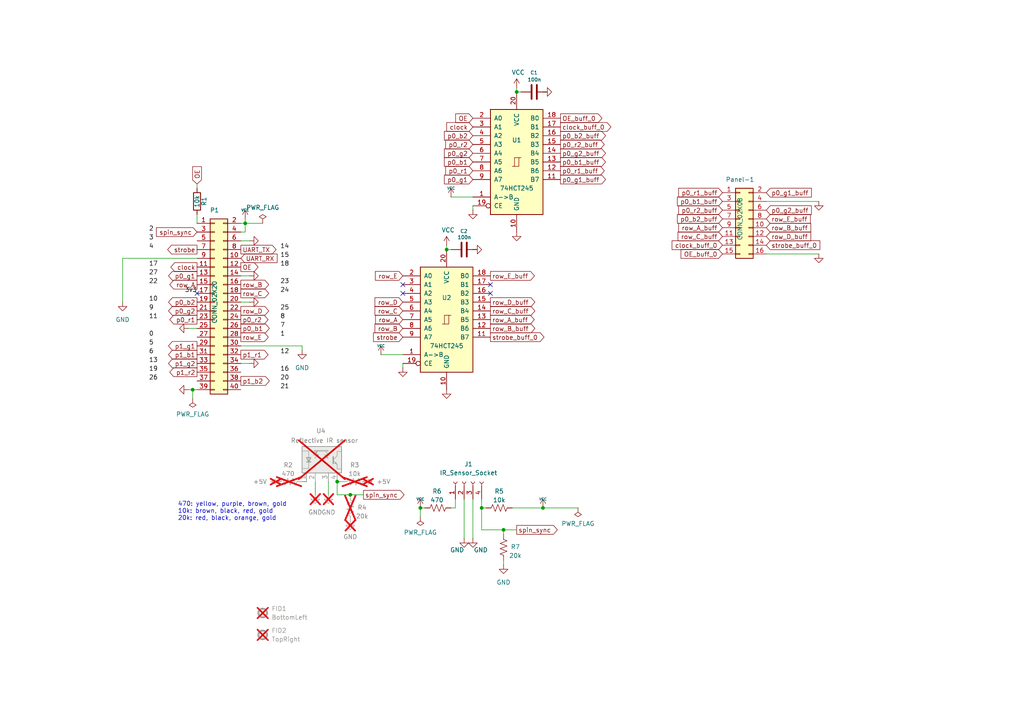
<source format=kicad_sch>
(kicad_sch (version 20250114) (generator "eeschema") (generator_version "9.0")
  (paper "A4")
  (lib_symbols
    (symbol "74xx:74HC245" (pin_names (offset 1.016))
      (property "Reference" "U" (at -7.62 16.51 0))
      (property "Value" "74HC245" (at -7.62 -16.51 0))
      (symbol "74HC245_1_0"
        (polyline (pts (xy -1.27 -1.27) (xy 0.635 -1.27) (xy 0.635 1.27) (xy 1.27 1.27)))
        (polyline (pts (xy -0.635 -1.27) (xy -0.635 1.27) (xy 0.635 1.27)))
        (pin tri_state line (at -12.7 12.7 0) (length 5.08) (name "A0") (number "2"))
        (pin tri_state line (at -12.7 10.16 0) (length 5.08) (name "A1") (number "3"))
        (pin tri_state line (at -12.7 7.62 0) (length 5.08) (name "A2") (number "4"))
        (pin tri_state line (at -12.7 5.08 0) (length 5.08) (name "A3") (number "5"))
        (pin tri_state line (at -12.7 2.54 0) (length 5.08) (name "A4") (number "6"))
        (pin tri_state line (at -12.7 0 0) (length 5.08) (name "A5") (number "7"))
        (pin tri_state line (at -12.7 -2.54 0) (length 5.08) (name "A6") (number "8"))
        (pin tri_state line (at -12.7 -5.08 0) (length 5.08) (name "A7") (number "9"))
        (pin input line (at -12.7 -10.16 0) (length 5.08) (name "A->B") (number "1"))
        (pin input inverted (at -12.7 -12.7 0) (length 5.08) (name "CE") (number "19"))
        (pin power_in line (at 0 20.32 270) (length 5.08) (name "VCC") (number "20"))
        (pin power_in line (at 0 -20.32 90) (length 5.08) (name "GND") (number "10"))
        (pin tri_state line (at 12.7 12.7 180) (length 5.08) (name "B0") (number "18"))
        (pin tri_state line (at 12.7 10.16 180) (length 5.08) (name "B1") (number "17"))
        (pin tri_state line (at 12.7 7.62 180) (length 5.08) (name "B2") (number "16"))
        (pin tri_state line (at 12.7 5.08 180) (length 5.08) (name "B3") (number "15"))
        (pin tri_state line (at 12.7 2.54 180) (length 5.08) (name "B4") (number "14"))
        (pin tri_state line (at 12.7 0 180) (length 5.08) (name "B5") (number "13"))
        (pin tri_state line (at 12.7 -2.54 180) (length 5.08) (name "B6") (number "12"))
        (pin tri_state line (at 12.7 -5.08 180) (length 5.08) (name "B7") (number "11"))
      )
      (symbol "74HC245_1_1"
        (rectangle (start -7.62 15.24) (end 7.62 -15.24) (stroke (width 0.254)) (fill (type background)))
      )
    )
    (symbol "Connector:Conn_01x04_Socket" (pin_names (offset 1.016) (hide yes))
      (property "Reference" "J" (at 0 5.08 0))
      (property "Value" "Conn_01x04_Socket" (at 0 -7.62 0))
      (symbol "Conn_01x04_Socket_1_1"
        (polyline (pts (xy -1.27 2.54) (xy -0.508 2.54)) (stroke (width 0.1524)))
        (polyline (pts (xy -1.27 0) (xy -0.508 0)) (stroke (width 0.1524)))
        (polyline (pts (xy -1.27 -2.54) (xy -0.508 -2.54)) (stroke (width 0.1524)))
        (polyline (pts (xy -1.27 -5.08) (xy -0.508 -5.08)) (stroke (width 0.1524)))
        (arc (start 0 2.032) (mid -0.5058 2.54) (end 0 3.048) (stroke (width 0.1524)))
        (arc (start 0 -0.508) (mid -0.5058 0) (end 0 0.508) (stroke (width 0.1524)))
        (arc (start 0 -3.048) (mid -0.5058 -2.54) (end 0 -2.032) (stroke (width 0.1524)))
        (arc (start 0 -5.588) (mid -0.5058 -5.08) (end 0 -4.572) (stroke (width 0.1524)))
        (pin passive line (at -5.08 2.54 0) (length 3.81) (name "Pin_1") (number "1"))
        (pin passive line (at -5.08 0 0) (length 3.81) (name "Pin_2") (number "2"))
        (pin passive line (at -5.08 -2.54 0) (length 3.81) (name "Pin_3") (number "3"))
        (pin passive line (at -5.08 -5.08 0) (length 3.81) (name "Pin_4") (number "4"))
      )
    )
    (symbol "Connector_Generic:Conn_02x08_Odd_Even" (pin_names (offset 1.016) (hide yes))
      (property "Reference" "J" (at 1.27 10.16 0))
      (property "Value" "Conn_02x08_Odd_Even" (at 1.27 -12.7 0))
      (symbol "Conn_02x08_Odd_Even_1_1"
        (rectangle (start -1.27 8.89) (end 3.81 -11.43) (stroke (width 0.254)) (fill (type background)))
        (rectangle (start -1.27 7.747) (end 0 7.493) (stroke (width 0.1524)))
        (rectangle (start -1.27 5.207) (end 0 4.953) (stroke (width 0.1524)))
        (rectangle (start -1.27 2.667) (end 0 2.413) (stroke (width 0.1524)))
        (rectangle (start -1.27 0.127) (end 0 -0.127) (stroke (width 0.1524)))
        (rectangle (start -1.27 -2.413) (end 0 -2.667) (stroke (width 0.1524)))
        (rectangle (start -1.27 -4.953) (end 0 -5.207) (stroke (width 0.1524)))
        (rectangle (start -1.27 -7.493) (end 0 -7.747) (stroke (width 0.1524)))
        (rectangle (start -1.27 -10.033) (end 0 -10.287) (stroke (width 0.1524)))
        (rectangle (start 3.81 7.747) (end 2.54 7.493) (stroke (width 0.1524)))
        (rectangle (start 3.81 5.207) (end 2.54 4.953) (stroke (width 0.1524)))
        (rectangle (start 3.81 2.667) (end 2.54 2.413) (stroke (width 0.1524)))
        (rectangle (start 3.81 0.127) (end 2.54 -0.127) (stroke (width 0.1524)))
        (rectangle (start 3.81 -2.413) (end 2.54 -2.667) (stroke (width 0.1524)))
        (rectangle (start 3.81 -4.953) (end 2.54 -5.207) (stroke (width 0.1524)))
        (rectangle (start 3.81 -7.493) (end 2.54 -7.747) (stroke (width 0.1524)))
        (rectangle (start 3.81 -10.033) (end 2.54 -10.287) (stroke (width 0.1524)))
        (pin passive line (at -5.08 7.62 0) (length 3.81) (name "Pin_1") (number "1"))
        (pin passive line (at -5.08 5.08 0) (length 3.81) (name "Pin_3") (number "3"))
        (pin passive line (at -5.08 2.54 0) (length 3.81) (name "Pin_5") (number "5"))
        (pin passive line (at -5.08 0 0) (length 3.81) (name "Pin_7") (number "7"))
        (pin passive line (at -5.08 -2.54 0) (length 3.81) (name "Pin_9") (number "9"))
        (pin passive line (at -5.08 -5.08 0) (length 3.81) (name "Pin_11") (number "11"))
        (pin passive line (at -5.08 -7.62 0) (length 3.81) (name "Pin_13") (number "13"))
        (pin passive line (at -5.08 -10.16 0) (length 3.81) (name "Pin_15") (number "15"))
        (pin passive line (at 7.62 7.62 180) (length 3.81) (name "Pin_2") (number "2"))
        (pin passive line (at 7.62 5.08 180) (length 3.81) (name "Pin_4") (number "4"))
        (pin passive line (at 7.62 2.54 180) (length 3.81) (name "Pin_6") (number "6"))
        (pin passive line (at 7.62 0 180) (length 3.81) (name "Pin_8") (number "8"))
        (pin passive line (at 7.62 -2.54 180) (length 3.81) (name "Pin_10") (number "10"))
        (pin passive line (at 7.62 -5.08 180) (length 3.81) (name "Pin_12") (number "12"))
        (pin passive line (at 7.62 -7.62 180) (length 3.81) (name "Pin_14") (number "14"))
        (pin passive line (at 7.62 -10.16 180) (length 3.81) (name "Pin_16") (number "16"))
      )
    )
    (symbol "Connector_Generic:Conn_02x20_Odd_Even" (pin_names (offset 1.016) (hide yes))
      (property "Reference" "J" (at 1.27 25.4 0))
      (property "Value" "Conn_02x20_Odd_Even" (at 1.27 -27.94 0))
      (symbol "Conn_02x20_Odd_Even_1_1"
        (rectangle (start -1.27 24.13) (end 3.81 -26.67) (stroke (width 0.254)) (fill (type background)))
        (rectangle (start -1.27 22.987) (end 0 22.733) (stroke (width 0.1524)))
        (rectangle (start -1.27 20.447) (end 0 20.193) (stroke (width 0.1524)))
        (rectangle (start -1.27 17.907) (end 0 17.653) (stroke (width 0.1524)))
        (rectangle (start -1.27 15.367) (end 0 15.113) (stroke (width 0.1524)))
        (rectangle (start -1.27 12.827) (end 0 12.573) (stroke (width 0.1524)))
        (rectangle (start -1.27 10.287) (end 0 10.033) (stroke (width 0.1524)))
        (rectangle (start -1.27 7.747) (end 0 7.493) (stroke (width 0.1524)))
        (rectangle (start -1.27 5.207) (end 0 4.953) (stroke (width 0.1524)))
        (rectangle (start -1.27 2.667) (end 0 2.413) (stroke (width 0.1524)))
        (rectangle (start -1.27 0.127) (end 0 -0.127) (stroke (width 0.1524)))
        (rectangle (start -1.27 -2.413) (end 0 -2.667) (stroke (width 0.1524)))
        (rectangle (start -1.27 -4.953) (end 0 -5.207) (stroke (width 0.1524)))
        (rectangle (start -1.27 -7.493) (end 0 -7.747) (stroke (width 0.1524)))
        (rectangle (start -1.27 -10.033) (end 0 -10.287) (stroke (width 0.1524)))
        (rectangle (start -1.27 -12.573) (end 0 -12.827) (stroke (width 0.1524)))
        (rectangle (start -1.27 -15.113) (end 0 -15.367) (stroke (width 0.1524)))
        (rectangle (start -1.27 -17.653) (end 0 -17.907) (stroke (width 0.1524)))
        (rectangle (start -1.27 -20.193) (end 0 -20.447) (stroke (width 0.1524)))
        (rectangle (start -1.27 -22.733) (end 0 -22.987) (stroke (width 0.1524)))
        (rectangle (start -1.27 -25.273) (end 0 -25.527) (stroke (width 0.1524)))
        (rectangle (start 3.81 22.987) (end 2.54 22.733) (stroke (width 0.1524)))
        (rectangle (start 3.81 20.447) (end 2.54 20.193) (stroke (width 0.1524)))
        (rectangle (start 3.81 17.907) (end 2.54 17.653) (stroke (width 0.1524)))
        (rectangle (start 3.81 15.367) (end 2.54 15.113) (stroke (width 0.1524)))
        (rectangle (start 3.81 12.827) (end 2.54 12.573) (stroke (width 0.1524)))
        (rectangle (start 3.81 10.287) (end 2.54 10.033) (stroke (width 0.1524)))
        (rectangle (start 3.81 7.747) (end 2.54 7.493) (stroke (width 0.1524)))
        (rectangle (start 3.81 5.207) (end 2.54 4.953) (stroke (width 0.1524)))
        (rectangle (start 3.81 2.667) (end 2.54 2.413) (stroke (width 0.1524)))
        (rectangle (start 3.81 0.127) (end 2.54 -0.127) (stroke (width 0.1524)))
        (rectangle (start 3.81 -2.413) (end 2.54 -2.667) (stroke (width 0.1524)))
        (rectangle (start 3.81 -4.953) (end 2.54 -5.207) (stroke (width 0.1524)))
        (rectangle (start 3.81 -7.493) (end 2.54 -7.747) (stroke (width 0.1524)))
        (rectangle (start 3.81 -10.033) (end 2.54 -10.287) (stroke (width 0.1524)))
        (rectangle (start 3.81 -12.573) (end 2.54 -12.827) (stroke (width 0.1524)))
        (rectangle (start 3.81 -15.113) (end 2.54 -15.367) (stroke (width 0.1524)))
        (rectangle (start 3.81 -17.653) (end 2.54 -17.907) (stroke (width 0.1524)))
        (rectangle (start 3.81 -20.193) (end 2.54 -20.447) (stroke (width 0.1524)))
        (rectangle (start 3.81 -22.733) (end 2.54 -22.987) (stroke (width 0.1524)))
        (rectangle (start 3.81 -25.273) (end 2.54 -25.527) (stroke (width 0.1524)))
        (pin passive line (at -5.08 22.86 0) (length 3.81) (name "Pin_1") (number "1"))
        (pin passive line (at -5.08 20.32 0) (length 3.81) (name "Pin_3") (number "3"))
        (pin passive line (at -5.08 17.78 0) (length 3.81) (name "Pin_5") (number "5"))
        (pin passive line (at -5.08 15.24 0) (length 3.81) (name "Pin_7") (number "7"))
        (pin passive line (at -5.08 12.7 0) (length 3.81) (name "Pin_9") (number "9"))
        (pin passive line (at -5.08 10.16 0) (length 3.81) (name "Pin_11") (number "11"))
        (pin passive line (at -5.08 7.62 0) (length 3.81) (name "Pin_13") (number "13"))
        (pin passive line (at -5.08 5.08 0) (length 3.81) (name "Pin_15") (number "15"))
        (pin passive line (at -5.08 2.54 0) (length 3.81) (name "Pin_17") (number "17"))
        (pin passive line (at -5.08 0 0) (length 3.81) (name "Pin_19") (number "19"))
        (pin passive line (at -5.08 -2.54 0) (length 3.81) (name "Pin_21") (number "21"))
        (pin passive line (at -5.08 -5.08 0) (length 3.81) (name "Pin_23") (number "23"))
        (pin passive line (at -5.08 -7.62 0) (length 3.81) (name "Pin_25") (number "25"))
        (pin passive line (at -5.08 -10.16 0) (length 3.81) (name "Pin_27") (number "27"))
        (pin passive line (at -5.08 -12.7 0) (length 3.81) (name "Pin_29") (number "29"))
        (pin passive line (at -5.08 -15.24 0) (length 3.81) (name "Pin_31") (number "31"))
        (pin passive line (at -5.08 -17.78 0) (length 3.81) (name "Pin_33") (number "33"))
        (pin passive line (at -5.08 -20.32 0) (length 3.81) (name "Pin_35") (number "35"))
        (pin passive line (at -5.08 -22.86 0) (length 3.81) (name "Pin_37") (number "37"))
        (pin passive line (at -5.08 -25.4 0) (length 3.81) (name "Pin_39") (number "39"))
        (pin passive line (at 7.62 22.86 180) (length 3.81) (name "Pin_2") (number "2"))
        (pin passive line (at 7.62 20.32 180) (length 3.81) (name "Pin_4") (number "4"))
        (pin passive line (at 7.62 17.78 180) (length 3.81) (name "Pin_6") (number "6"))
        (pin passive line (at 7.62 15.24 180) (length 3.81) (name "Pin_8") (number "8"))
        (pin passive line (at 7.62 12.7 180) (length 3.81) (name "Pin_10") (number "10"))
        (pin passive line (at 7.62 10.16 180) (length 3.81) (name "Pin_12") (number "12"))
        (pin passive line (at 7.62 7.62 180) (length 3.81) (name "Pin_14") (number "14"))
        (pin passive line (at 7.62 5.08 180) (length 3.81) (name "Pin_16") (number "16"))
        (pin passive line (at 7.62 2.54 180) (length 3.81) (name "Pin_18") (number "18"))
        (pin passive line (at 7.62 0 180) (length 3.81) (name "Pin_20") (number "20"))
        (pin passive line (at 7.62 -2.54 180) (length 3.81) (name "Pin_22") (number "22"))
        (pin passive line (at 7.62 -5.08 180) (length 3.81) (name "Pin_24") (number "24"))
        (pin passive line (at 7.62 -7.62 180) (length 3.81) (name "Pin_26") (number "26"))
        (pin passive line (at 7.62 -10.16 180) (length 3.81) (name "Pin_28") (number "28"))
        (pin passive line (at 7.62 -12.7 180) (length 3.81) (name "Pin_30") (number "30"))
        (pin passive line (at 7.62 -15.24 180) (length 3.81) (name "Pin_32") (number "32"))
        (pin passive line (at 7.62 -17.78 180) (length 3.81) (name "Pin_34") (number "34"))
        (pin passive line (at 7.62 -20.32 180) (length 3.81) (name "Pin_36") (number "36"))
        (pin passive line (at 7.62 -22.86 180) (length 3.81) (name "Pin_38") (number "38"))
        (pin passive line (at 7.62 -25.4 180) (length 3.81) (name "Pin_40") (number "40"))
      )
    )
    (symbol "Device:C" (pin_numbers (hide yes)) (pin_names (offset 0.254))
      (property "Reference" "C" (at 0.635 2.54 0))
      (property "Value" "C" (at 0.635 -2.54 0))
      (symbol "C_0_1"
        (polyline (pts (xy -2.032 0.762) (xy 2.032 0.762)) (stroke (width 0.508)))
        (polyline (pts (xy -2.032 -0.762) (xy 2.032 -0.762)) (stroke (width 0.508)))
      )
      (symbol "C_1_1"
        (pin passive line (at 0 3.81 270) (length 2.794) (name "~") (number "1"))
        (pin passive line (at 0 -3.81 90) (length 2.794) (name "~") (number "2"))
      )
    )
    (symbol "Device:R" (pin_numbers (hide yes)) (pin_names (offset 0))
      (property "Reference" "R" (at 2.032 0 90))
      (property "Value" "R" (at 0 0 90))
      (symbol "R_0_1"
        (rectangle (start -1.016 -2.54) (end 1.016 2.54) (stroke (width 0.254)))
      )
      (symbol "R_1_1"
        (pin passive line (at 0 3.81 270) (length 1.27) (name "~") (number "1"))
        (pin passive line (at 0 -3.81 90) (length 1.27) (name "~") (number "2"))
      )
    )
    (symbol "Device:R_US" (pin_numbers (hide yes)) (pin_names (offset 0))
      (property "Reference" "R" (at 2.54 0 90))
      (property "Value" "R_US" (at -2.54 0 90))
      (symbol "R_US_0_1"
        (polyline (pts (xy 0 2.286) (xy 0 2.54)))
        (polyline (pts (xy 0 2.286) (xy 1.016 1.905) (xy 0 1.524) (xy -1.016 1.143) (xy 0 0.762)))
        (polyline (pts (xy 0 0.762) (xy 1.016 0.381) (xy 0 0) (xy -1.016 -0.381) (xy 0 -0.762)))
        (polyline (pts (xy 0 -0.762) (xy 1.016 -1.143) (xy 0 -1.524) (xy -1.016 -1.905) (xy 0 -2.286)))
        (polyline (pts (xy 0 -2.286) (xy 0 -2.54)))
      )
      (symbol "R_US_1_1"
        (pin passive line (at 0 3.81 270) (length 1.27) (name "~") (number "1"))
        (pin passive line (at 0 -3.81 90) (length 1.27) (name "~") (number "2"))
      )
    )
    (symbol "Mechanical:Fiducial" (exclude_from_sim yes) (in_bom no)
      (property "Reference" "FID" (at 0 5.08 0))
      (property "Value" "Fiducial" (at 0 3.175 0))
      (symbol "Fiducial_0_1"
        (circle (center 0 0) (radius 1.27) (stroke (width 0.508)) (fill (type background)))
      )
    )
    (symbol "Sensor_Proximity:KRC011" (pin_names (offset 1.016) (hide yes))
      (property "Reference" "U4" (at 0 8.89 0))
      (property "Value" "KRC011" (at 0 6.35 0))
      (symbol "KRC011_0_1"
        (polyline (pts (xy -5.08 -2.54) (xy -3.175 -2.54) (xy -3.175 2.54) (xy -5.08 2.54)))
        (polyline (pts (xy -5.08 -3.81) (xy 6.35 -3.81) (xy 6.35 3.81) (xy -5.08 3.81) (xy -5.08 -3.81)) (stroke (width 0.254)) (fill (type background)))
        (polyline (pts (xy -3.81 -0.635) (xy -2.54 -0.635)) (stroke (width 0.254)))
        (polyline (pts (xy -3.175 -0.635) (xy -3.81 0.635) (xy -2.54 0.635) (xy -3.175 -0.635)) (stroke (width 0.254)))
        (polyline (pts (xy -1.778 1.27) (xy -0.762 2.286) (xy -1.27 2.159)))
        (polyline (pts (xy -1.524 2.54) (xy -1.27 2.794)))
        (polyline (pts (xy -1.397 0.508) (xy -0.381 1.524) (xy -0.889 1.397)))
        (polyline (pts (xy -1.016 2.54) (xy -0.762 2.794)))
        (polyline (pts (xy -0.762 2.286) (xy -0.889 1.778)))
        (polyline (pts (xy -0.508 2.54) (xy -0.254 2.794)))
        (polyline (pts (xy -0.381 1.524) (xy -0.508 1.016)))
        (polyline (pts (xy 0 2.54) (xy 0.254 2.794)))
        (polyline (pts (xy 0.508 2.54) (xy 0.762 2.794)))
        (polyline (pts (xy 1.016 2.54) (xy 1.27 2.794)))
        (polyline (pts (xy 1.397 1.524) (xy 2.413 0.508) (xy 2.286 1.016)))
        (polyline (pts (xy 1.524 2.54) (xy 1.778 2.794)))
        (polyline (pts (xy 1.778 2.286) (xy 2.794 1.27) (xy 2.667 1.778)))
        (polyline (pts (xy 2.032 2.54) (xy 2.286 2.794)))
        (polyline (pts (xy 2.413 0.508) (xy 1.905 0.635)))
        (polyline (pts (xy 2.54 2.54) (xy -1.651 2.54)))
        (polyline (pts (xy 2.794 1.27) (xy 2.286 1.397)))
        (polyline (pts (xy 3.937 0.889) (xy 3.937 -1.143) (xy 3.937 -1.143)) (stroke (width 0.3556)))
        (polyline (pts (xy 3.937 0) (xy 5.08 1.143)))
        (polyline (pts (xy 3.937 -0.254) (xy 5.08 -1.397)))
        (polyline (pts (xy 4.953 -1.27) (xy 4.699 -0.762) (xy 4.445 -1.016) (xy 4.953 -1.27)))
        (polyline (pts (xy 5.08 1.143) (xy 5.08 2.413) (xy 6.35 2.413)))
        (polyline (pts (xy 5.08 -1.397) (xy 5.08 -2.667) (xy 6.35 -2.667)))
      )
      (symbol "KRC011_1_1"
        (pin passive line (at -3.81 -6.35 90) (length 2.54) (name "A") (number "1"))
        (pin passive line (at -1.27 -6.35 90) (length 2.54) (name "K") (number "2"))
        (pin open_collector line (at 2.54 -6.35 90) (length 2.54) (name "C") (number "3"))
        (pin open_emitter line (at 5.08 -6.35 90) (length 2.54) (name "E") (number "4"))
      )
    )
    (symbol "power:+5V" (power) (pin_numbers (hide yes)) (pin_names (offset 0) (hide yes))
      (property "Value" "+5V" (at 0 3.556 0))
      (symbol "+5V_0_1"
        (polyline (pts (xy -0.762 1.27) (xy 0 2.54)))
        (polyline (pts (xy 0 2.54) (xy 0.762 1.27)))
        (polyline (pts (xy 0 0) (xy 0 2.54)))
      )
      (symbol "+5V_1_1"
        (pin power_in line (at 0 0 90) (length 0) (name "~") (number "1"))
      )
    )
    (symbol "power:GND" (power) (pin_numbers (hide yes)) (pin_names (offset 0) (hide yes))
      (property "Value" "GND" (at 0 -3.81 0))
      (symbol "GND_0_1"
        (polyline (pts (xy 0 0) (xy 0 -1.27) (xy 1.27 -1.27) (xy 0 -2.54) (xy -1.27 -1.27) (xy 0 -1.27)))
      )
      (symbol "GND_1_1"
        (pin power_in line (at 0 0 270) (length 0) (name "~") (number "1"))
      )
    )
    (symbol "power:PWR_FLAG" (power) (pin_numbers (hide yes)) (pin_names (offset 0) (hide yes))
      (property "Value" "PWR_FLAG" (at 0 3.81 0))
      (symbol "PWR_FLAG_0_0"
        (pin power_out line (at 0 0 90) (length 0) (name "~") (number "1"))
      )
      (symbol "PWR_FLAG_0_1"
        (polyline (pts (xy 0 0) (xy 0 1.27) (xy -1.016 1.905) (xy 0 2.54) (xy 1.016 1.905) (xy 0 1.27)))
      )
    )
    (symbol "power:VCC" (power) (pin_numbers (hide yes)) (pin_names (offset 0) (hide yes))
      (property "Value" "VCC" (at 0 3.556 0))
      (symbol "VCC_0_1"
        (polyline (pts (xy -0.762 1.27) (xy 0 2.54)))
        (polyline (pts (xy 0 2.54) (xy 0.762 1.27)))
        (polyline (pts (xy 0 0) (xy 0 2.54)))
      )
      (symbol "VCC_1_1"
        (pin power_in line (at 0 0 90) (length 0) (name "~") (number "1"))
      )
    )
  )
  (text "470: yellow, purple, brown, gold\n10k: brown, black, red, gold\n20k: red, black, orange, gold" (at 51.562 148.336 0) (effects (font (size 1.27 1.27)) (justify left)))
  (junction (at 139.7 147.32))
  (junction (at 129.54 72.39))
  (junction (at 121.92 147.32))
  (junction (at 146.05 153.67))
  (junction (at 101.6 143.51))
  (junction (at 71.12 64.77))
  (junction (at 55.88 113.03))
  (junction (at 97.79 139.7))
  (junction (at 157.48 147.32))
  (junction (at 149.86 26.67))
  (no_connect (at 142.24 85.09))
  (no_connect (at 116.84 85.09))
  (no_connect (at 142.24 82.55))
  (no_connect (at 57.15 85.09))
  (no_connect (at 116.84 82.55))
  (wire (pts (xy 54.61 95.25) (xy 57.15 95.25)))
  (wire (pts (xy 106.68 139.7) (xy 105.41 139.7)))
  (wire (pts (xy 71.12 67.31) (xy 69.85 67.31)))
  (wire (pts (xy 116.84 105.41) (xy 116.84 106.68)))
  (wire (pts (xy 57.15 62.23) (xy 57.15 64.77)))
  (wire (pts (xy 97.79 139.7) (xy 97.79 143.51)))
  (wire (pts (xy 101.6 143.51) (xy 105.41 143.51)))
  (wire (pts (xy 138.43 72.39) (xy 137.16 72.39)))
  (wire (pts (xy 69.85 64.77) (xy 71.12 64.77)))
  (wire (pts (xy 146.05 153.67) (xy 139.7 153.67)))
  (wire (pts (xy 57.15 54.61) (xy 57.15 53.34)))
  (wire (pts (xy 140.97 147.32) (xy 139.7 147.32)))
  (wire (pts (xy 91.44 143.51) (xy 91.44 139.7)))
  (wire (pts (xy 69.85 80.01) (xy 72.39 80.01)))
  (wire (pts (xy 97.79 143.51) (xy 101.6 143.51)))
  (wire (pts (xy 71.12 64.77) (xy 76.2 64.77)))
  (wire (pts (xy 121.92 147.32) (xy 123.19 147.32)))
  (wire (pts (xy 148.59 147.32) (xy 157.48 147.32)))
  (wire (pts (xy 157.48 147.32) (xy 167.64 147.32)))
  (wire (pts (xy 35.56 74.93) (xy 57.15 74.93)))
  (wire (pts (xy 87.63 100.33) (xy 87.63 101.6)))
  (wire (pts (xy 151.13 26.67) (xy 149.86 26.67)))
  (wire (pts (xy 146.05 153.67) (xy 149.86 153.67)))
  (wire (pts (xy 129.54 71.12) (xy 129.54 72.39)))
  (wire (pts (xy 132.08 147.32) (xy 130.81 147.32)))
  (wire (pts (xy 69.85 69.85) (xy 72.39 69.85)))
  (wire (pts (xy 137.16 59.69) (xy 137.16 60.96)))
  (wire (pts (xy 139.7 147.32) (xy 139.7 144.78)))
  (wire (pts (xy 149.86 25.4) (xy 149.86 26.67)))
  (wire (pts (xy 69.85 100.33) (xy 87.63 100.33)))
  (wire (pts (xy 137.16 57.15) (xy 130.81 57.15)))
  (wire (pts (xy 54.61 113.03) (xy 55.88 113.03)))
  (wire (pts (xy 130.81 72.39) (xy 129.54 72.39)))
  (wire (pts (xy 134.62 156.21) (xy 134.62 144.78)))
  (wire (pts (xy 139.7 153.67) (xy 139.7 147.32)))
  (wire (pts (xy 71.12 64.77) (xy 71.12 67.31)))
  (wire (pts (xy 99.06 139.7) (xy 97.79 139.7)))
  (wire (pts (xy 146.05 162.56) (xy 146.05 163.83)))
  (wire (pts (xy 158.75 26.67) (xy 157.48 26.67)))
  (wire (pts (xy 237.49 58.42) (xy 222.25 58.42)))
  (wire (pts (xy 69.85 87.63) (xy 72.39 87.63)))
  (wire (pts (xy 95.25 143.51) (xy 95.25 139.7)))
  (wire (pts (xy 80.01 139.7) (xy 81.28 139.7)))
  (wire (pts (xy 69.85 105.41) (xy 72.39 105.41)))
  (wire (pts (xy 137.16 156.21) (xy 137.16 144.78)))
  (wire (pts (xy 71.12 63.5) (xy 71.12 64.77)))
  (wire (pts (xy 132.08 144.78) (xy 132.08 147.32)))
  (wire (pts (xy 55.88 113.03) (xy 55.88 115.57)))
  (wire (pts (xy 35.56 87.63) (xy 35.56 74.93)))
  (wire (pts (xy 146.05 154.94) (xy 146.05 153.67)))
  (wire (pts (xy 87.63 139.7) (xy 88.9 139.7)))
  (wire (pts (xy 237.49 73.66) (xy 222.25 73.66)))
  (wire (pts (xy 110.49 102.87) (xy 116.84 102.87)))
  (wire (pts (xy 55.88 113.03) (xy 57.15 113.03)))
  (wire (pts (xy 121.92 149.86) (xy 121.92 147.32)))
  (label "3v3" (at 57.15 85.09 180))
  (label "12" (at 81.28 102.87 0))
  (label "0" (at 43.18 97.79 0))
  (label "5" (at 43.18 100.33 0))
  (label "13" (at 43.18 105.41 0))
  (label "25" (at 81.28 90.17 0))
  (label "10" (at 43.18 87.63 0))
  (label "8" (at 81.28 92.71 0))
  (label "23" (at 81.28 82.55 0))
  (label "24" (at 81.28 85.09 0))
  (label "14" (at 81.28 72.39 0))
  (label "7" (at 81.28 95.25 0))
  (label "16" (at 81.28 107.95 0))
  (label "18" (at 81.28 77.47 0))
  (label "6" (at 43.18 102.87 0))
  (label "9" (at 43.18 90.17 0))
  (label "4" (at 43.18 72.39 0))
  (label "20" (at 81.28 110.49 0))
  (label "3" (at 43.18 69.85 0))
  (label "15" (at 81.28 74.93 0))
  (label "26" (at 43.18 110.49 0))
  (label "21" (at 81.28 113.03 0))
  (label "1" (at 81.28 97.79 0))
  (label "2" (at 43.18 67.31 0))
  (label "19" (at 43.18 107.95 0))
  (label "11" (at 43.18 92.71 0))
  (label "27" (at 43.18 80.01 0))
  (label "22" (at 43.18 82.55 0))
  (label "17" (at 43.18 77.47 0))
  (global_label "p1_r2" (shape output) (at 57.15 107.95 180) (effects (font (size 1.2954 1.2954))) (property "Intersheetrefs" "${INTERSHEET_REFS}" (effects (hide yes))))
  (global_label "p0_r2" (shape input) (at 137.16 41.91 180) (effects (font (size 1.2954 1.2954))) (property "Intersheetrefs" "${INTERSHEET_REFS}" (effects (hide yes))))
  (global_label "row_D_buff" (shape input) (at 222.25 68.58 0) (effects (font (size 1.2954 1.2954))) (property "Intersheetrefs" "${INTERSHEET_REFS}" (effects (hide yes))))
  (global_label "row_D_buff" (shape output) (at 142.24 87.63 0) (effects (font (size 1.2954 1.2954))) (property "Intersheetrefs" "${INTERSHEET_REFS}" (effects (hide yes))))
  (global_label "row_A" (shape output) (at 57.15 82.55 180) (effects (font (size 1.2954 1.2954))) (property "Intersheetrefs" "${INTERSHEET_REFS}" (effects (hide yes))))
  (global_label "p1_b1" (shape output) (at 57.15 102.87 180) (effects (font (size 1.2954 1.2954))) (property "Intersheetrefs" "${INTERSHEET_REFS}" (effects (hide yes))))
  (global_label "row_B_buff" (shape input) (at 222.25 66.04 0) (effects (font (size 1.2954 1.2954))) (property "Intersheetrefs" "${INTERSHEET_REFS}" (effects (hide yes))))
  (global_label "row_E" (shape output) (at 69.85 97.79 0) (effects (font (size 1.2954 1.2954))) (property "Intersheetrefs" "${INTERSHEET_REFS}" (effects (hide yes))))
  (global_label "p0_b1_buff" (shape output) (at 162.56 46.99 0) (effects (font (size 1.2954 1.2954))) (property "Intersheetrefs" "${INTERSHEET_REFS}" (effects (hide yes))))
  (global_label "strobe_buff_0" (shape output) (at 142.24 97.79 0) (effects (font (size 1.2954 1.2954))) (property "Intersheetrefs" "${INTERSHEET_REFS}" (effects (hide yes))))
  (global_label "OE" (shape input) (at 57.15 53.34 90) (effects (font (size 1.2954 1.2954))) (property "Intersheetrefs" "${INTERSHEET_REFS}" (effects (hide yes))))
  (global_label "row_D" (shape input) (at 116.84 87.63 180) (effects (font (size 1.2954 1.2954))) (property "Intersheetrefs" "${INTERSHEET_REFS}" (effects (hide yes))))
  (global_label "row_D" (shape output) (at 69.85 90.17 0) (effects (font (size 1.2954 1.2954))) (property "Intersheetrefs" "${INTERSHEET_REFS}" (effects (hide yes))))
  (global_label "p0_r1" (shape output) (at 57.15 92.71 180) (effects (font (size 1.2954 1.2954))) (property "Intersheetrefs" "${INTERSHEET_REFS}" (effects (hide yes))))
  (global_label "p0_r2_buff" (shape input) (at 209.55 60.96 180) (effects (font (size 1.2954 1.2954))) (property "Intersheetrefs" "${INTERSHEET_REFS}" (effects (hide yes))))
  (global_label "row_A_buff" (shape input) (at 209.55 66.04 180) (effects (font (size 1.2954 1.2954))) (property "Intersheetrefs" "${INTERSHEET_REFS}" (effects (hide yes))))
  (global_label "p1_b2" (shape output) (at 69.85 110.49 0) (effects (font (size 1.2954 1.2954))) (property "Intersheetrefs" "${INTERSHEET_REFS}" (effects (hide yes))))
  (global_label "p0_b1_buff" (shape input) (at 209.55 58.42 180) (effects (font (size 1.2954 1.2954))) (property "Intersheetrefs" "${INTERSHEET_REFS}" (effects (hide yes))))
  (global_label "row_A" (shape input) (at 116.84 92.71 180) (effects (font (size 1.2954 1.2954))) (property "Intersheetrefs" "${INTERSHEET_REFS}" (effects (hide yes))))
  (global_label "strobe" (shape output) (at 57.15 72.39 180) (effects (font (size 1.2954 1.2954))) (property "Intersheetrefs" "${INTERSHEET_REFS}" (effects (hide yes))))
  (global_label "UART_TX" (shape output) (at 69.85 72.39 0) (property "Intersheetrefs" "${INTERSHEET_REFS}" (effects (hide yes))))
  (global_label "clock" (shape output) (at 57.15 77.47 180) (effects (font (size 1.2954 1.2954))) (property "Intersheetrefs" "${INTERSHEET_REFS}" (effects (hide yes))))
  (global_label "row_E_buff" (shape input) (at 222.25 63.5 0) (effects (font (size 1.2954 1.2954))) (property "Intersheetrefs" "${INTERSHEET_REFS}" (effects (hide yes))))
  (global_label "p0_g1" (shape output) (at 57.15 80.01 180) (effects (font (size 1.2954 1.2954))) (property "Intersheetrefs" "${INTERSHEET_REFS}" (effects (hide yes))))
  (global_label "row_E_buff" (shape output) (at 142.24 80.01 0) (effects (font (size 1.2954 1.2954))) (property "Intersheetrefs" "${INTERSHEET_REFS}" (effects (hide yes))))
  (global_label "OE" (shape input) (at 137.16 34.29 180) (effects (font (size 1.2954 1.2954))) (property "Intersheetrefs" "${INTERSHEET_REFS}" (effects (hide yes))))
  (global_label "p0_g1_buff" (shape output) (at 162.56 52.07 0) (effects (font (size 1.2954 1.2954))) (property "Intersheetrefs" "${INTERSHEET_REFS}" (effects (hide yes))))
  (global_label "p0_g1" (shape input) (at 137.16 52.07 180) (effects (font (size 1.2954 1.2954))) (property "Intersheetrefs" "${INTERSHEET_REFS}" (effects (hide yes))))
  (global_label "p0_g2_buff" (shape output) (at 162.56 44.45 0) (effects (font (size 1.2954 1.2954))) (property "Intersheetrefs" "${INTERSHEET_REFS}" (effects (hide yes))))
  (global_label "p0_r1_buff" (shape input) (at 209.55 55.88 180) (effects (font (size 1.2954 1.2954))) (property "Intersheetrefs" "${INTERSHEET_REFS}" (effects (hide yes))))
  (global_label "spin_sync" (shape output) (at 149.86 153.67 0) (effects (font (size 1.2954 1.2954))) (property "Intersheetrefs" "${INTERSHEET_REFS}" (effects (hide yes))))
  (global_label "p0_g2" (shape input) (at 137.16 44.45 180) (effects (font (size 1.2954 1.2954))) (property "Intersheetrefs" "${INTERSHEET_REFS}" (effects (hide yes))))
  (global_label "p1_g1" (shape output) (at 57.15 100.33 180) (effects (font (size 1.2954 1.2954))) (property "Intersheetrefs" "${INTERSHEET_REFS}" (effects (hide yes))))
  (global_label "p0_b1" (shape input) (at 137.16 46.99 180) (effects (font (size 1.2954 1.2954))) (property "Intersheetrefs" "${INTERSHEET_REFS}" (effects (hide yes))))
  (global_label "p0_r1_buff" (shape output) (at 162.56 49.53 0) (effects (font (size 1.2954 1.2954))) (property "Intersheetrefs" "${INTERSHEET_REFS}" (effects (hide yes))))
  (global_label "clock_buff_0" (shape output) (at 162.56 36.83 0) (effects (font (size 1.2954 1.2954))) (property "Intersheetrefs" "${INTERSHEET_REFS}" (effects (hide yes))))
  (global_label "row_B_buff" (shape output) (at 142.24 95.25 0) (effects (font (size 1.2954 1.2954))) (property "Intersheetrefs" "${INTERSHEET_REFS}" (effects (hide yes))))
  (global_label "p0_b2_buff" (shape input) (at 209.55 63.5 180) (effects (font (size 1.2954 1.2954))) (property "Intersheetrefs" "${INTERSHEET_REFS}" (effects (hide yes))))
  (global_label "row_C_buff" (shape input) (at 209.55 68.58 180) (effects (font (size 1.2954 1.2954))) (property "Intersheetrefs" "${INTERSHEET_REFS}" (effects (hide yes))))
  (global_label "OE_buff_0" (shape input) (at 209.55 73.66 180) (effects (font (size 1.2954 1.2954))) (property "Intersheetrefs" "${INTERSHEET_REFS}" (effects (hide yes))))
  (global_label "p0_r2" (shape output) (at 69.85 92.71 0) (effects (font (size 1.2954 1.2954))) (property "Intersheetrefs" "${INTERSHEET_REFS}" (effects (hide yes))))
  (global_label "row_C" (shape output) (at 69.85 85.09 0) (effects (font (size 1.2954 1.2954))) (property "Intersheetrefs" "${INTERSHEET_REFS}" (effects (hide yes))))
  (global_label "row_C_buff" (shape output) (at 142.24 90.17 0) (effects (font (size 1.2954 1.2954))) (property "Intersheetrefs" "${INTERSHEET_REFS}" (effects (hide yes))))
  (global_label "p0_g1_buff" (shape input) (at 222.25 55.88 0) (effects (font (size 1.2954 1.2954))) (property "Intersheetrefs" "${INTERSHEET_REFS}" (effects (hide yes))))
  (global_label "row_E" (shape input) (at 116.84 80.01 180) (effects (font (size 1.2954 1.2954))) (property "Intersheetrefs" "${INTERSHEET_REFS}" (effects (hide yes))))
  (global_label "p0_b1" (shape output) (at 69.85 95.25 0) (effects (font (size 1.2954 1.2954))) (property "Intersheetrefs" "${INTERSHEET_REFS}" (effects (hide yes))))
  (global_label "OE_buff_0" (shape output) (at 162.56 34.29 0) (effects (font (size 1.2954 1.2954))) (property "Intersheetrefs" "${INTERSHEET_REFS}" (effects (hide yes))))
  (global_label "strobe_buff_0" (shape input) (at 222.25 71.12 0) (effects (font (size 1.2954 1.2954))) (property "Intersheetrefs" "${INTERSHEET_REFS}" (effects (hide yes))))
  (global_label "clock" (shape input) (at 137.16 36.83 180) (effects (font (size 1.2954 1.2954))) (property "Intersheetrefs" "${INTERSHEET_REFS}" (effects (hide yes))))
  (global_label "row_A_buff" (shape output) (at 142.24 92.71 0) (effects (font (size 1.2954 1.2954))) (property "Intersheetrefs" "${INTERSHEET_REFS}" (effects (hide yes))))
  (global_label "p0_g2" (shape output) (at 57.15 90.17 180) (effects (font (size 1.2954 1.2954))) (property "Intersheetrefs" "${INTERSHEET_REFS}" (effects (hide yes))))
  (global_label "row_C" (shape input) (at 116.84 90.17 180) (effects (font (size 1.2954 1.2954))) (property "Intersheetrefs" "${INTERSHEET_REFS}" (effects (hide yes))))
  (global_label "spin_sync" (shape input) (at 57.15 67.31 180) (effects (font (size 1.2954 1.2954))) (property "Intersheetrefs" "${INTERSHEET_REFS}" (effects (hide yes))))
  (global_label "p0_r1" (shape input) (at 137.16 49.53 180) (effects (font (size 1.2954 1.2954))) (property "Intersheetrefs" "${INTERSHEET_REFS}" (effects (hide yes))))
  (global_label "p0_b2" (shape input) (at 137.16 39.37 180) (effects (font (size 1.2954 1.2954))) (property "Intersheetrefs" "${INTERSHEET_REFS}" (effects (hide yes))))
  (global_label "p0_b2" (shape output) (at 57.15 87.63 180) (effects (font (size 1.2954 1.2954))) (property "Intersheetrefs" "${INTERSHEET_REFS}" (effects (hide yes))))
  (global_label "strobe" (shape input) (at 116.84 97.79 180) (effects (font (size 1.2954 1.2954))) (property "Intersheetrefs" "${INTERSHEET_REFS}" (effects (hide yes))))
  (global_label "p0_b2_buff" (shape output) (at 162.56 39.37 0) (effects (font (size 1.2954 1.2954))) (property "Intersheetrefs" "${INTERSHEET_REFS}" (effects (hide yes))))
  (global_label "OE" (shape output) (at 69.85 77.47 0) (effects (font (size 1.2954 1.2954))) (property "Intersheetrefs" "${INTERSHEET_REFS}" (effects (hide yes))))
  (global_label "UART_RX" (shape input) (at 69.85 74.93 0) (property "Intersheetrefs" "${INTERSHEET_REFS}" (effects (hide yes))))
  (global_label "p0_r2_buff" (shape output) (at 162.56 41.91 0) (effects (font (size 1.2954 1.2954))) (property "Intersheetrefs" "${INTERSHEET_REFS}" (effects (hide yes))))
  (global_label "p0_g2_buff" (shape input) (at 222.25 60.96 0) (effects (font (size 1.2954 1.2954))) (property "Intersheetrefs" "${INTERSHEET_REFS}" (effects (hide yes))))
  (global_label "p1_g2" (shape output) (at 57.15 105.41 180) (effects (font (size 1.2954 1.2954))) (property "Intersheetrefs" "${INTERSHEET_REFS}" (effects (hide yes))))
  (global_label "row_B" (shape output) (at 69.85 82.55 0) (effects (font (size 1.2954 1.2954))) (property "Intersheetrefs" "${INTERSHEET_REFS}" (effects (hide yes))))
  (global_label "row_B" (shape input) (at 116.84 95.25 180) (effects (font (size 1.2954 1.2954))) (property "Intersheetrefs" "${INTERSHEET_REFS}" (effects (hide yes))))
  (global_label "spin_sync" (shape output) (at 105.41 143.51 0) (effects (font (size 1.2954 1.2954))) (property "Intersheetrefs" "${INTERSHEET_REFS}" (effects (hide yes))))
  (global_label "p1_r1" (shape output) (at 69.85 102.87 0) (effects (font (size 1.2954 1.2954))) (property "Intersheetrefs" "${INTERSHEET_REFS}" (effects (hide yes))))
  (global_label "clock_buff_0" (shape input) (at 209.55 71.12 180) (effects (font (size 1.2954 1.2954))) (property "Intersheetrefs" "${INTERSHEET_REFS}" (effects (hide yes))))
  (symbol (lib_id "Connector_Generic:Conn_02x08_Odd_Even") (at 214.63 63.5 0) (unit 1)
    (property "Reference" "Panel-1" (at 214.63 52.07 0))
    (property "Value" "CONN_02X08" (at 214.63 63.5 90))
    (property "Footprint" "Connector_PinSocket_2.54mm:PinSocket_2x08_P2.54mm_Horizontal" (effects (hide yes)))
  )
  (symbol (lib_id "Connector_Generic:Conn_02x20_Odd_Even") (at 62.23 87.63 0) (unit 1)
    (property "Reference" "P1" (at 62.23 60.96 0))
    (property "Value" "CONN_02X20" (at 62.23 87.63 90))
    (property "Footprint" "Connector_PinSocket_2.54mm:PinSocket_2x20_P2.54mm_Vertical" (effects (hide yes)))
  )
  (symbol (lib_id "power:GND") (at 72.39 80.01 90) (unit 1)
    (property "Reference" "#PWR09" (effects (hide yes)))
    (property "Value" "GND" (effects (hide yes)))
  )
  (symbol (lib_id "power:GND") (at 72.39 87.63 90) (unit 1)
    (property "Reference" "#PWR010" (effects (hide yes)))
    (property "Value" "GND" (effects (hide yes)))
  )
  (symbol (lib_id "power:GND") (at 72.39 69.85 90) (unit 1)
    (property "Reference" "#PWR08" (effects (hide yes)))
    (property "Value" "GND" (effects (hide yes)))
  )
  (symbol (lib_id "power:GND") (at 54.61 113.03 270) (unit 1)
    (property "Reference" "#PWR02" (effects (hide yes)))
    (property "Value" "GND" (effects (hide yes)))
  )
  (symbol (lib_id "power:GND") (at 72.39 105.41 90) (unit 1)
    (property "Reference" "#PWR011" (effects (hide yes)))
    (property "Value" "GND" (effects (hide yes)))
  )
  (symbol (lib_id "power:GND") (at 54.61 95.25 270) (unit 1)
    (property "Reference" "#PWR01" (effects (hide yes)))
    (property "Value" "GND" (effects (hide yes)))
  )
  (symbol (lib_id "power:GND") (at 237.49 73.66 0) (unit 1)
    (property "Reference" "#PWR021" (effects (hide yes)))
    (property "Value" "GND" (effects (hide yes)))
  )
  (symbol (lib_id "power:VCC") (at 71.12 63.5 0) (unit 1)
    (property "Reference" "#PWR07" (effects (hide yes)))
    (property "Value" "VCC" (at 71.12 60.96 0) (effects (font (size 0.762 0.762))))
  )
  (symbol (lib_id "power:GND") (at 137.16 60.96 0) (unit 1)
    (property "Reference" "#PWR017" (effects (hide yes)))
    (property "Value" "GND" (effects (hide yes)))
  )
  (symbol (lib_id "power:GND") (at 116.84 106.68 0) (unit 1)
    (property "Reference" "#PWR018" (effects (hide yes)))
    (property "Value" "GND" (effects (hide yes)))
  )
  (symbol (lib_id "power:VCC") (at 130.81 57.15 0) (unit 1)
    (property "Reference" "#PWR013" (effects (hide yes)))
    (property "Value" "VCC" (at 130.81 54.61 0) (effects (font (size 0.762 0.762))))
  )
  (symbol (lib_id "power:VCC") (at 110.49 102.87 0) (unit 1)
    (property "Reference" "#PWR014" (effects (hide yes)))
    (property "Value" "VCC" (at 110.49 100.33 0) (effects (font (size 0.762 0.762))))
  )
  (symbol (lib_id "power:PWR_FLAG") (at 76.2 64.77 0) (unit 1)
    (property "Reference" "#FLG02" (effects (hide yes)))
    (property "Value" "PWR_FLAG" (at 76.2 60.198 0))
  )
  (symbol (lib_id "power:PWR_FLAG") (at 55.88 115.57 180) (unit 1)
    (property "Reference" "#FLG01" (effects (hide yes)))
    (property "Value" "PWR_FLAG" (at 55.88 120.142 0))
  )
  (symbol (lib_id "Device:R") (at 57.15 58.42 0) (unit 1)
    (property "Reference" "R1" (at 59.182 58.42 90))
    (property "Value" "10k" (at 57.15 58.42 90))
    (property "Footprint" "Resistor_THT:R_Axial_DIN0207_L6.3mm_D2.5mm_P7.62mm_Horizontal" (effects (hide yes)))
  )
  (symbol (lib_id "74xx:74HC245") (at 149.86 46.99 0) (unit 1)
    (property "Reference" "U1" (at 149.86 40.64 0))
    (property "Value" "74HCT245" (at 149.86 54.61 0))
    (property "Footprint" "Package_SO:SOIC-20W_7.5x12.8mm_P1.27mm" (effects (hide yes)))
    (property "Datasheet" "http://www.ti.com/lit/gpn/sn74HC245" (effects (hide yes)))
  )
  (symbol (lib_id "74xx:74HC245") (at 129.54 92.71 0) (unit 1)
    (property "Reference" "U2" (at 129.54 86.36 0))
    (property "Value" "74HCT245" (at 129.54 100.33 0))
    (property "Footprint" "Package_SO:SOIC-20W_7.5x12.8mm_P1.27mm" (effects (hide yes)))
    (property "Datasheet" "http://www.ti.com/lit/gpn/sn74HC245" (effects (hide yes)))
  )
  (symbol (lib_id "power:GND") (at 149.86 67.31 0) (unit 1)
    (property "Reference" "#PWR0101" (effects (hide yes)))
    (property "Value" "GND" (effects (hide yes)))
  )
  (symbol (lib_id "power:GND") (at 129.54 113.03 0) (unit 1)
    (property "Reference" "#PWR0102" (effects (hide yes)))
    (property "Value" "GND" (effects (hide yes)))
  )
  (symbol (lib_id "power:VCC") (at 149.86 25.4 0) (unit 1)
    (property "Reference" "#PWR0107" (effects (hide yes)))
    (property "Value" "VCC" (at 150.2918 21.0058 0))
  )
  (symbol (lib_id "power:VCC") (at 129.54 71.12 0) (unit 1)
    (property "Reference" "#PWR0108" (effects (hide yes)))
    (property "Value" "VCC" (at 129.9718 66.7258 0))
  )
  (symbol (lib_id "power:PWR_FLAG") (at 121.92 149.86 0) (mirror x) (unit 1)
    (property "Reference" "#FLG03" (effects (hide yes)))
    (property "Value" "PWR_FLAG" (at 121.92 154.432 0))
  )
  (symbol (lib_id "Device:C") (at 154.94 26.67 90) (unit 1)
    (property "Reference" "C1" (at 155.956 21.082 90) (effects (font (size 1.016 1.016)) (justify left)))
    (property "Value" "100n" (at 156.9974 23.114 90) (effects (font (size 1.016 1.016)) (justify left)))
    (property "Footprint" "Capacitor_SMD:C_1210_3225Metric" (effects (hide yes)))
  )
  (symbol (lib_id "Device:R_US") (at 102.87 139.7 270) (unit 1) (exclude_from_sim yes) (in_bom no) (on_board no) (dnp yes)
    (property "Reference" "R3" (at 102.87 134.874 90))
    (property "Value" "10k" (at 102.87 137.414 90))
    (property "Description" "Resistor, US symbol" (effects (hide yes)))
  )
  (symbol (lib_id "power:GND") (at 91.44 143.51 0) (unit 1) (exclude_from_sim yes) (in_bom no) (on_board no) (dnp yes)
    (property "Reference" "#PWR020" (effects (hide yes)))
    (property "Value" "GND" (at 91.44 148.59 0))
    (property "Description" "Power symbol creates a global label with name \"GND\" , ground" (effects (hide yes)))
  )
  (symbol (lib_id "power:PWR_FLAG") (at 167.64 147.32 180) (unit 1)
    (property "Reference" "#FLG04" (effects (hide yes)))
    (property "Value" "PWR_FLAG" (at 167.64 151.892 0))
  )
  (symbol (lib_id "power:GND") (at 35.56 87.63 0) (unit 1)
    (property "Reference" "#PWR05" (effects (hide yes)))
    (property "Value" "GND" (at 35.56 92.71 0))
    (property "Description" "Power symbol creates a global label with name \"GND\" , ground" (effects (hide yes)))
  )
  (symbol (lib_id "Device:R_US") (at 144.78 147.32 270) (unit 1)
    (property "Reference" "R5" (at 144.78 142.494 90))
    (property "Value" "10k" (at 144.78 145.034 90))
    (property "Footprint" "Resistor_THT:R_Axial_DIN0207_L6.3mm_D2.5mm_P7.62mm_Horizontal" (effects (hide yes)))
    (property "Description" "Resistor, US symbol" (effects (hide yes)))
  )
  (symbol (lib_id "power:+5V") (at 81.28 139.7 90) (unit 1) (exclude_from_sim yes) (in_bom no) (on_board no) (dnp yes)
    (property "Reference" "#PWR024" (effects (hide yes)))
    (property "Value" "+5V" (at 77.47 139.6999 90) (effects (justify left)))
    (property "Description" "Power symbol creates a global label with name \"+5V\"" (effects (hide yes)))
  )
  (symbol (lib_id "power:GND") (at 137.16 156.21 0) (unit 1)
    (property "Reference" "#PWR04" (effects (hide yes)))
    (property "Value" "GND" (at 139.446 159.512 0))
    (property "Description" "Power symbol creates a global label with name \"GND\" , ground" (effects (hide yes)))
  )
  (symbol (lib_id "Device:R_US") (at 127 147.32 270) (unit 1)
    (property "Reference" "R6" (at 126.746 142.494 90))
    (property "Value" "470" (at 126.746 145.034 90))
    (property "Footprint" "Resistor_THT:R_Axial_DIN0207_L6.3mm_D2.5mm_P7.62mm_Horizontal" (effects (hide yes)))
    (property "Description" "Resistor, US symbol" (effects (hide yes)))
  )
  (symbol (lib_id "power:GND") (at 137.16 72.39 90) (unit 1)
    (property "Reference" "#PWR028" (effects (hide yes)))
    (property "Value" "GND" (effects (hide yes)))
  )
  (symbol (lib_id "power:GND") (at 87.63 101.6 0) (unit 1)
    (property "Reference" "#PWR06" (effects (hide yes)))
    (property "Value" "GND" (at 87.63 106.68 0))
    (property "Description" "Power symbol creates a global label with name \"GND\" , ground" (effects (hide yes)))
  )
  (symbol (lib_id "power:VCC") (at 121.92 147.32 0) (unit 1)
    (property "Reference" "#PWR016" (effects (hide yes)))
    (property "Value" "VCC" (at 121.92 144.78 0) (effects (font (size 0.762 0.762))))
  )
  (symbol (lib_id "Mechanical:Fiducial") (at 76.2 177.8 0) (unit 1) (exclude_from_sim yes) (in_bom no) (on_board no) (dnp yes)
    (property "Reference" "FID1" (at 78.74 176.5299 0) (effects (justify left)))
    (property "Value" "BottomLeft" (at 78.74 179.0699 0) (effects (justify left)))
    (property "Footprint" "Fiducial:Fiducial_1mm_Dia_2.54mm_Outer_CopperTop" (effects (hide yes)))
    (property "Description" "Fiducial Marker" (effects (hide yes)))
  )
  (symbol (lib_id "Sensor_Proximity:KRC011") (at 92.71 133.35 0) (unit 1) (exclude_from_sim yes) (in_bom no) (on_board no) (dnp yes)
    (property "Reference" "U4" (at 91.694 124.968 0) (effects (justify left)))
    (property "Value" "Reflective IR sensor" (at 84.328 127.762 0) (effects (justify left)))
    (property "Footprint" "OptoDevice:Kingbright_KRC011_Vertical" (effects (hide yes)))
    (property "Datasheet" "http://www.kingbright.com/attachments/file/psearch/000/00/00/KRC011(Ver.15).pdf" (effects (hide yes)))
    (property "Description" "Subminiature Reflective Optical Sensor" (effects (hide yes)))
  )
  (symbol (lib_id "power:+5V") (at 105.41 139.7 270) (unit 1) (exclude_from_sim yes) (in_bom no) (on_board no) (dnp yes)
    (property "Reference" "#PWR025" (effects (hide yes)))
    (property "Value" "+5V" (at 109.22 139.6999 90) (effects (justify left)))
    (property "Description" "Power symbol creates a global label with name \"+5V\"" (effects (hide yes)))
  )
  (symbol (lib_id "power:GND") (at 237.49 58.42 0) (unit 1)
    (property "Reference" "#PWR012" (effects (hide yes)))
    (property "Value" "GND" (effects (hide yes)))
  )
  (symbol (lib_id "power:GND") (at 157.48 26.67 90) (unit 1)
    (property "Reference" "#PWR027" (effects (hide yes)))
    (property "Value" "GND" (effects (hide yes)))
  )
  (symbol (lib_id "Device:R_US") (at 83.82 139.7 270) (unit 1) (exclude_from_sim yes) (in_bom no) (on_board no) (dnp yes)
    (property "Reference" "R2" (at 83.566 134.874 90))
    (property "Value" "470" (at 83.566 137.414 90))
    (property "Description" "Resistor, US symbol" (effects (hide yes)))
  )
  (symbol (lib_id "power:GND") (at 146.05 163.83 0) (unit 1)
    (property "Reference" "#PWR015" (effects (hide yes)))
    (property "Value" "GND" (at 146.05 168.91 0))
    (property "Description" "Power symbol creates a global label with name \"GND\" , ground" (effects (hide yes)))
  )
  (symbol (lib_id "Connector:Conn_01x04_Socket") (at 134.62 139.7 90) (unit 1)
    (property "Reference" "J1" (at 135.89 134.62 90))
    (property "Value" "IR_Sensor_Socket" (at 135.89 137.16 90))
    (property "Footprint" "Connector_PinSocket_2.54mm:PinSocket_1x04_P2.54mm_Horizontal" (effects (hide yes)))
    (property "Description" "Generic connector, single row, 01x04, script generated" (effects (hide yes)))
  )
  (symbol (lib_id "Device:R_US") (at 146.05 158.75 180) (unit 1)
    (property "Reference" "R7" (at 149.479 158.623 0))
    (property "Value" "20k" (at 149.479 161.163 0))
    (property "Footprint" "Resistor_THT:R_Axial_DIN0207_L6.3mm_D2.5mm_P7.62mm_Horizontal" (effects (hide yes)))
    (property "Description" "Resistor, US symbol" (effects (hide yes)))
  )
  (symbol (lib_id "power:GND") (at 134.62 156.21 0) (unit 1)
    (property "Reference" "#PWR03" (effects (hide yes)))
    (property "Value" "GND" (at 132.588 159.512 0))
    (property "Description" "Power symbol creates a global label with name \"GND\" , ground" (effects (hide yes)))
  )
  (symbol (lib_id "Device:R_US") (at 101.6 147.32 180) (unit 1) (exclude_from_sim yes) (in_bom no) (on_board no) (dnp yes)
    (property "Reference" "R4" (at 105.029 147.193 0))
    (property "Value" "20k" (at 105.029 149.733 0))
    (property "Description" "Resistor, US symbol" (effects (hide yes)))
  )
  (symbol (lib_id "Device:C") (at 134.62 72.39 90) (unit 1)
    (property "Reference" "C2" (at 135.636 67.056 90) (effects (font (size 1.016 1.016)) (justify left)))
    (property "Value" "100n" (at 136.6774 68.834 90) (effects (font (size 1.016 1.016)) (justify left)))
    (property "Footprint" "Capacitor_SMD:C_1210_3225Metric" (effects (hide yes)))
  )
  (symbol (lib_id "Mechanical:Fiducial") (at 76.2 184.15 0) (unit 1) (exclude_from_sim yes) (in_bom no) (on_board no) (dnp yes)
    (property "Reference" "FID2" (at 78.74 182.8799 0) (effects (justify left)))
    (property "Value" "TopRight" (at 78.74 185.4199 0) (effects (justify left)))
    (property "Footprint" "Fiducial:Fiducial_1mm_Dia_2.54mm_Outer_CopperTop" (effects (hide yes)))
    (property "Description" "Fiducial Marker" (effects (hide yes)))
  )
  (symbol (lib_id "power:GND") (at 95.25 143.51 0) (unit 1) (exclude_from_sim yes) (in_bom no) (on_board no) (dnp yes)
    (property "Reference" "#PWR023" (effects (hide yes)))
    (property "Value" "GND" (at 95.25 148.59 0))
    (property "Description" "Power symbol creates a global label with name \"GND\" , ground" (effects (hide yes)))
  )
  (symbol (lib_id "power:VCC") (at 157.48 147.32 0) (unit 1)
    (property "Reference" "#PWR019" (effects (hide yes)))
    (property "Value" "VCC" (at 157.48 144.78 0) (effects (font (size 0.762 0.762))))
  )
  (symbol (lib_id "power:GND") (at 101.6 151.13 0) (unit 1) (exclude_from_sim yes) (in_bom no) (on_board no) (dnp yes)
    (property "Reference" "#PWR026" (effects (hide yes)))
    (property "Value" "GND" (at 101.6 155.702 0))
    (property "Description" "Power symbol creates a global label with name \"GND\" , ground" (effects (hide yes)))
  )
)
</source>
